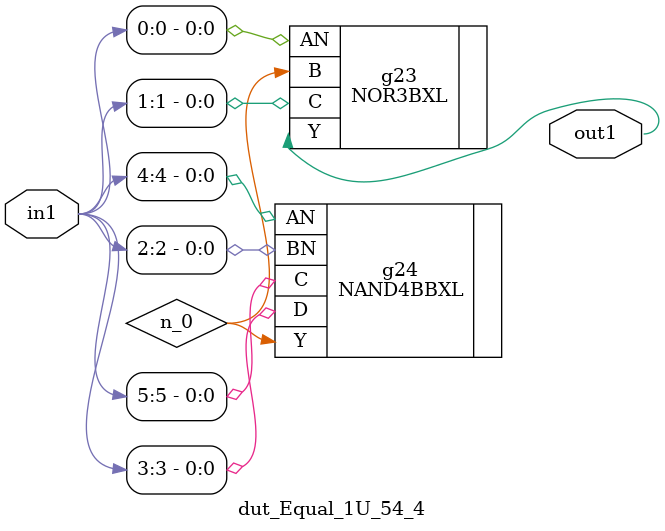
<source format=v>
`timescale 1ps / 1ps


module dut_Equal_1U_54_4(in1, out1);
  input [5:0] in1;
  output out1;
  wire [5:0] in1;
  wire out1;
  wire n_0;
  NOR3BXL g23(.AN (in1[0]), .B (n_0), .C (in1[1]), .Y (out1));
  NAND4BBXL g24(.AN (in1[4]), .BN (in1[2]), .C (in1[5]), .D (in1[3]),
       .Y (n_0));
endmodule



</source>
